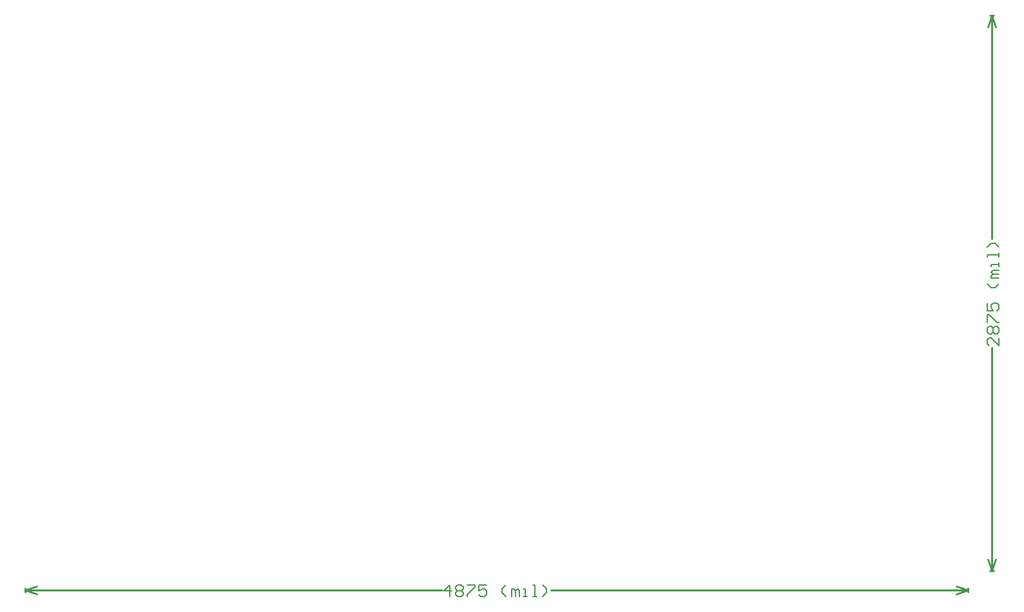
<source format=gm1>
%FSLAX24Y24*%
%MOIN*%
G70*
G01*
G75*
%ADD10R,0.2000X0.2000*%
%ADD11R,0.0591X0.0512*%
%ADD12R,0.0217X0.0571*%
%ADD13R,0.0709X0.0630*%
%ADD14R,0.0512X0.0591*%
%ADD15R,0.0197X0.1181*%
%ADD16O,0.0197X0.1181*%
%ADD17O,0.0984X0.0098*%
%ADD18O,0.0098X0.0984*%
%ADD19R,0.0098X0.0984*%
%ADD20O,0.1000X0.0150*%
%ADD21R,0.1000X0.0150*%
%ADD22R,0.0850X0.0421*%
%ADD23R,0.0850X0.0421*%
%ADD24O,0.0850X0.0421*%
%ADD25R,0.1000X0.1969*%
%ADD26R,0.0709X0.0787*%
%ADD27O,0.0709X0.0787*%
%ADD28R,0.0394X0.0276*%
%ADD29R,0.0394X0.0276*%
%ADD30C,0.0500*%
%ADD31C,0.0350*%
%ADD32C,0.0100*%
%ADD33C,0.0200*%
%ADD34C,0.0120*%
%ADD35C,0.0250*%
%ADD36C,0.1000*%
%ADD37C,0.0750*%
%ADD38C,0.2500*%
%ADD39C,0.0600*%
%ADD40R,0.0600X0.0600*%
%ADD41C,0.0550*%
%ADD42R,0.0550X0.0550*%
%ADD43C,0.1750*%
%ADD44C,0.1250*%
%ADD45C,0.0650*%
%ADD46R,0.0650X0.0650*%
%ADD47C,0.1300*%
%ADD48C,0.0250*%
%ADD49C,0.0450*%
%ADD50C,0.0098*%
%ADD51C,0.0079*%
%ADD52C,0.0010*%
%ADD53C,0.0010*%
%ADD54C,0.0400*%
%ADD55C,0.0080*%
%ADD56R,0.2060X0.2060*%
%ADD57R,0.0651X0.0572*%
%ADD58R,0.0277X0.0631*%
%ADD59R,0.0769X0.0690*%
%ADD60R,0.0572X0.0651*%
%ADD61R,0.0257X0.1241*%
%ADD62O,0.0257X0.1241*%
%ADD63O,0.1044X0.0158*%
%ADD64O,0.0158X0.1044*%
%ADD65R,0.0158X0.1044*%
%ADD66O,0.1060X0.0210*%
%ADD67R,0.1060X0.0210*%
%ADD68R,0.0910X0.0481*%
%ADD69R,0.0910X0.0481*%
%ADD70O,0.0910X0.0481*%
%ADD71R,0.1060X0.2029*%
%ADD72R,0.0769X0.0847*%
%ADD73O,0.0769X0.0847*%
%ADD74R,0.0454X0.0336*%
%ADD75R,0.0454X0.0336*%
%ADD76C,0.2560*%
%ADD77C,0.0660*%
%ADD78R,0.0660X0.0660*%
%ADD79C,0.0610*%
%ADD80R,0.0610X0.0610*%
%ADD81C,0.1810*%
%ADD82C,0.1310*%
%ADD83C,0.0710*%
%ADD84R,0.0710X0.0710*%
%ADD85C,0.1360*%
%ADD86C,0.0310*%
%ADD87C,0.0510*%
%ADD88C,0.0060*%
D32*
X59900Y38750D02*
X60100D01*
X59900Y10000D02*
X60100D01*
X60000Y38750D02*
X60200Y38150D01*
X59800D02*
X60000Y38750D01*
Y10000D02*
X60200Y10600D01*
X59800D02*
X60000Y10000D01*
Y27184D02*
Y38750D01*
Y10000D02*
Y21566D01*
X58750Y8900D02*
Y9100D01*
X10000Y8900D02*
Y9100D01*
X58150Y8800D02*
X58750Y9000D01*
X58150Y9200D02*
X58750Y9000D01*
X10000D02*
X10600Y8800D01*
X10000Y9000D02*
X10600Y9200D01*
X37184Y9000D02*
X58750D01*
X10000D02*
X31566D01*
D88*
X60360Y22066D02*
Y21666D01*
X59960Y22066D01*
X59860D01*
X59760Y21966D01*
Y21766D01*
X59860Y21666D01*
Y22266D02*
X59760Y22366D01*
Y22566D01*
X59860Y22666D01*
X59960D01*
X60060Y22566D01*
X60160Y22666D01*
X60260D01*
X60360Y22566D01*
Y22366D01*
X60260Y22266D01*
X60160D01*
X60060Y22366D01*
X59960Y22266D01*
X59860D01*
X60060Y22366D02*
Y22566D01*
X59760Y22865D02*
Y23265D01*
X59860D01*
X60260Y22865D01*
X60360D01*
X59760Y23865D02*
Y23465D01*
X60060D01*
X59960Y23665D01*
Y23765D01*
X60060Y23865D01*
X60260D01*
X60360Y23765D01*
Y23565D01*
X60260Y23465D01*
X60360Y24865D02*
X60160Y24665D01*
X59960D01*
X59760Y24865D01*
X60360Y25165D02*
X59960D01*
Y25265D01*
X60060Y25365D01*
X60360D01*
X60060D01*
X59960Y25465D01*
X60060Y25565D01*
X60360D01*
Y25765D02*
Y25964D01*
Y25865D01*
X59960D01*
Y25765D01*
X60360Y26264D02*
Y26464D01*
Y26364D01*
X59760D01*
Y26264D01*
X60360Y26764D02*
X60160Y26964D01*
X59960D01*
X59760Y26764D01*
X31966Y8640D02*
Y9240D01*
X31666Y8940D01*
X32066D01*
X32266Y9140D02*
X32366Y9240D01*
X32566D01*
X32666Y9140D01*
Y9040D01*
X32566Y8940D01*
X32666Y8840D01*
Y8740D01*
X32566Y8640D01*
X32366D01*
X32266Y8740D01*
Y8840D01*
X32366Y8940D01*
X32266Y9040D01*
Y9140D01*
X32366Y8940D02*
X32566D01*
X32865Y9240D02*
X33265D01*
Y9140D01*
X32865Y8740D01*
Y8640D01*
X33865Y9240D02*
X33465D01*
Y8940D01*
X33665Y9040D01*
X33765D01*
X33865Y8940D01*
Y8740D01*
X33765Y8640D01*
X33565D01*
X33465Y8740D01*
X34865Y8640D02*
X34665Y8840D01*
Y9040D01*
X34865Y9240D01*
X35165Y8640D02*
Y9040D01*
X35265D01*
X35365Y8940D01*
Y8640D01*
Y8940D01*
X35465Y9040D01*
X35565Y8940D01*
Y8640D01*
X35765D02*
X35964D01*
X35865D01*
Y9040D01*
X35765D01*
X36264Y8640D02*
X36464D01*
X36364D01*
Y9240D01*
X36264D01*
X36764Y8640D02*
X36964Y8840D01*
Y9040D01*
X36764Y9240D01*
M02*

</source>
